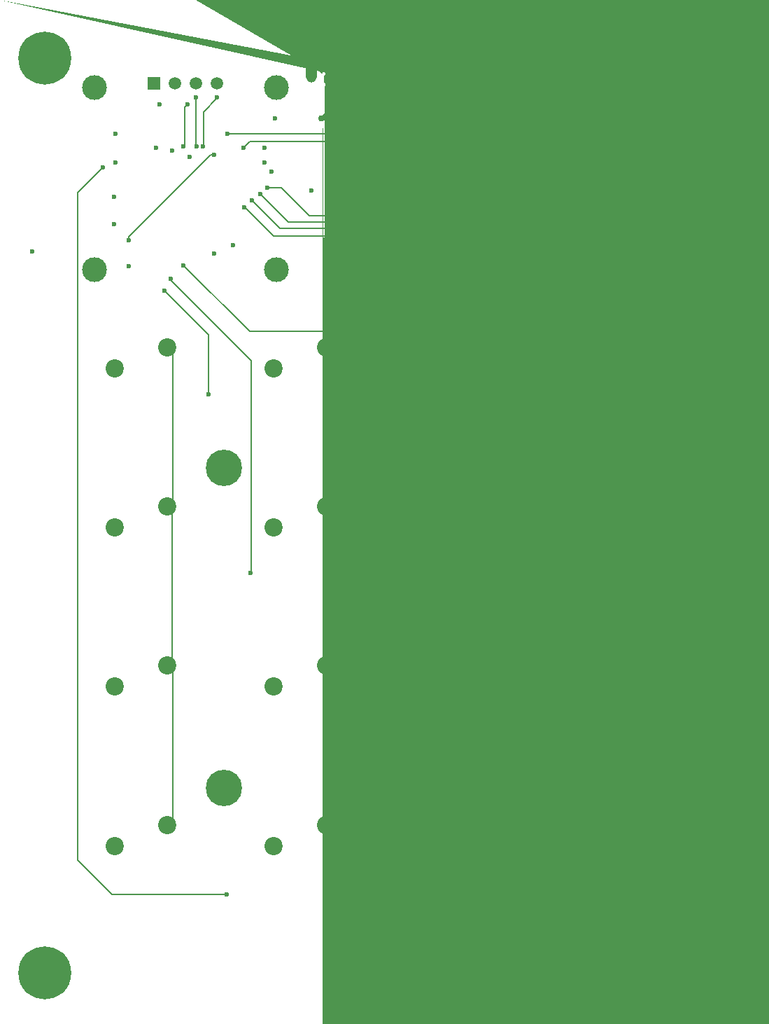
<source format=gbr>
%TF.GenerationSoftware,KiCad,Pcbnew,9.0.0*%
%TF.CreationDate,2025-06-12T15:56:32-06:00*%
%TF.ProjectId,final_macropad,66696e61-6c5f-46d6-9163-726f7061642e,rev?*%
%TF.SameCoordinates,Original*%
%TF.FileFunction,Copper,L1,Top*%
%TF.FilePolarity,Positive*%
%FSLAX46Y46*%
G04 Gerber Fmt 4.6, Leading zero omitted, Abs format (unit mm)*
G04 Created by KiCad (PCBNEW 9.0.0) date 2025-06-12 15:56:32*
%MOMM*%
%LPD*%
G01*
G04 APERTURE LIST*
G04 Aperture macros list*
%AMFreePoly0*
4,1,121,0.057437,0.323981,0.058316,0.323824,0.113316,0.308824,0.114166,0.308506,0.166166,0.283506,0.166873,0.283092,0.213873,0.250092,0.214579,0.249492,0.254579,0.208492,0.255133,0.207814,0.287133,0.160814,0.287573,0.160023,0.310573,0.108023,0.310851,0.107213,0.324851,0.051213,0.324988,0.050350,0.328988,-0.006650,0.328973,-0.007523,0.322973,-0.064523,0.322801,-0.065397,
0.306801,-0.120397,0.306455,-0.121271,0.280455,-0.172271,0.280021,-0.172972,0.246021,-0.218972,0.245402,-0.219664,0.203402,-0.258664,0.202695,-0.259211,0.155000,-0.289735,0.155000,-1.060082,0.202707,-1.090796,0.203402,-1.091336,0.245402,-1.130336,0.246021,-1.131028,0.280021,-1.177028,0.280455,-1.177729,0.306455,-1.228729,0.306801,-1.229603,0.322801,-1.284603,0.322973,-1.285477,
0.328973,-1.342477,0.328988,-1.343350,0.324988,-1.400350,0.324851,-1.401213,0.310851,-1.457213,0.310573,-1.458023,0.287573,-1.510023,0.287133,-1.510814,0.255133,-1.557814,0.254579,-1.558492,0.214579,-1.599492,0.213873,-1.600092,0.166873,-1.633092,0.166166,-1.633506,0.114166,-1.658506,0.113316,-1.658824,0.058316,-1.673824,0.057437,-1.673981,0.000437,-1.678981,-0.000437,-1.678981,
-0.057437,-1.673981,-0.058316,-1.673824,-0.113316,-1.658824,-0.114166,-1.658506,-0.166166,-1.633506,-0.166873,-1.633092,-0.213873,-1.600092,-0.214579,-1.599492,-0.254579,-1.558492,-0.255133,-1.557814,-0.287133,-1.510814,-0.287573,-1.510023,-0.310573,-1.458023,-0.310851,-1.457213,-0.324851,-1.401213,-0.324988,-1.400350,-0.328988,-1.343350,-0.328973,-1.342477,-0.322973,-1.285477,-0.322801,-1.284603,
-0.306801,-1.229603,-0.306455,-1.228729,-0.280455,-1.177729,-0.280021,-1.177028,-0.246021,-1.131028,-0.245402,-1.130336,-0.203402,-1.091336,-0.202695,-1.090789,-0.155000,-1.060264,-0.155000,-0.289735,-0.202695,-0.259211,-0.203402,-0.258664,-0.245402,-0.219664,-0.246021,-0.218972,-0.280021,-0.172972,-0.280455,-0.172271,-0.306455,-0.121271,-0.306801,-0.120397,-0.322801,-0.065397,-0.322973,-0.064523,
-0.328973,-0.007523,-0.328988,-0.006650,-0.324988,0.050350,-0.324851,0.051213,-0.310851,0.107213,-0.310573,0.108023,-0.287573,0.160023,-0.287133,0.160814,-0.255133,0.207814,-0.254579,0.208492,-0.214579,0.249492,-0.213873,0.250092,-0.166873,0.283092,-0.166166,0.283506,-0.114166,0.308506,-0.113316,0.308824,-0.058316,0.323824,-0.057437,0.323981,-0.000437,0.328981,0.000437,0.328981,
0.057437,0.323981,0.057437,0.323981,$1*%
%AMFreePoly1*
4,1,121,0.057437,0.323981,0.058316,0.323824,0.113316,0.308824,0.114166,0.308506,0.166166,0.283506,0.166873,0.283092,0.213873,0.250092,0.214579,0.249492,0.254579,0.208492,0.255133,0.207814,0.287133,0.160814,0.287573,0.160023,0.310573,0.108023,0.310851,0.107213,0.324851,0.051213,0.324988,0.050350,0.328988,-0.006650,0.328973,-0.007523,0.322973,-0.064523,0.322801,-0.065397,
0.306801,-0.120397,0.306455,-0.121271,0.280455,-0.172271,0.280021,-0.172972,0.246021,-0.218972,0.245402,-0.219664,0.203402,-0.258664,0.202695,-0.259211,0.155000,-0.289735,0.155000,-1.060264,0.202695,-1.090789,0.203402,-1.091336,0.245402,-1.130336,0.246021,-1.131028,0.280021,-1.177028,0.280455,-1.177729,0.306455,-1.228729,0.306801,-1.229603,0.322801,-1.284603,0.322973,-1.285477,
0.328973,-1.342477,0.328988,-1.343350,0.324988,-1.400350,0.324851,-1.401213,0.310851,-1.457213,0.310573,-1.458023,0.287573,-1.510023,0.287133,-1.510814,0.255133,-1.557814,0.254579,-1.558492,0.214579,-1.599492,0.213873,-1.600092,0.166873,-1.633092,0.166166,-1.633506,0.114166,-1.658506,0.113316,-1.658824,0.058316,-1.673824,0.057437,-1.673981,0.000437,-1.678981,-0.000437,-1.678981,
-0.057437,-1.673981,-0.058316,-1.673824,-0.113316,-1.658824,-0.114166,-1.658506,-0.166166,-1.633506,-0.166873,-1.633092,-0.213873,-1.600092,-0.214579,-1.599492,-0.254579,-1.558492,-0.255133,-1.557814,-0.287133,-1.510814,-0.287573,-1.510023,-0.310573,-1.458023,-0.310851,-1.457213,-0.324851,-1.401213,-0.324988,-1.400350,-0.328988,-1.343350,-0.328973,-1.342477,-0.322973,-1.285477,-0.322801,-1.284603,
-0.306801,-1.229603,-0.306455,-1.228729,-0.280455,-1.177729,-0.280021,-1.177028,-0.246021,-1.131028,-0.245402,-1.130336,-0.203402,-1.091336,-0.202695,-1.090789,-0.155000,-1.060264,-0.155000,-0.289735,-0.202695,-0.259211,-0.203402,-0.258664,-0.245402,-0.219664,-0.246021,-0.218972,-0.280021,-0.172972,-0.280455,-0.172271,-0.306455,-0.121271,-0.306801,-0.120397,-0.322801,-0.065397,-0.322973,-0.064523,
-0.328973,-0.007523,-0.328988,-0.006650,-0.324988,0.050350,-0.324851,0.051213,-0.310851,0.107213,-0.310573,0.108023,-0.287573,0.160023,-0.287133,0.160814,-0.255133,0.207814,-0.254579,0.208492,-0.214579,0.249492,-0.213873,0.250092,-0.166873,0.283092,-0.166166,0.283506,-0.114166,0.308506,-0.113316,0.308824,-0.058316,0.323824,-0.057437,0.323981,-0.000437,0.328981,0.000437,0.328981,
0.057437,0.323981,0.057437,0.323981,$1*%
G04 Aperture macros list end*
%TA.AperFunction,ComponentPad*%
%ADD10C,0.800000*%
%TD*%
%TA.AperFunction,ComponentPad*%
%ADD11C,6.400000*%
%TD*%
%TA.AperFunction,ComponentPad*%
%ADD12C,2.000000*%
%TD*%
%TA.AperFunction,ComponentPad*%
%ADD13R,3.000000X5.000000*%
%TD*%
%TA.AperFunction,ComponentPad*%
%ADD14C,2.200000*%
%TD*%
%TA.AperFunction,ComponentPad*%
%ADD15C,4.400000*%
%TD*%
%TA.AperFunction,ComponentPad*%
%ADD16R,1.508000X1.508000*%
%TD*%
%TA.AperFunction,ComponentPad*%
%ADD17C,1.508000*%
%TD*%
%TA.AperFunction,ComponentPad*%
%ADD18C,3.000000*%
%TD*%
%TA.AperFunction,ComponentPad*%
%ADD19FreePoly0,180.000000*%
%TD*%
%TA.AperFunction,ComponentPad*%
%ADD20C,0.648000*%
%TD*%
%TA.AperFunction,ComponentPad*%
%ADD21FreePoly1,180.000000*%
%TD*%
%TA.AperFunction,ComponentPad*%
%ADD22O,1.300000X2.500000*%
%TD*%
%TA.AperFunction,ComponentPad*%
%ADD23O,1.300000X3.200000*%
%TD*%
%TA.AperFunction,ViaPad*%
%ADD24C,0.600000*%
%TD*%
%TA.AperFunction,ViaPad*%
%ADD25C,0.762000*%
%TD*%
%TA.AperFunction,Conductor*%
%ADD26C,0.200000*%
%TD*%
%TA.AperFunction,Conductor*%
%ADD27C,0.381000*%
%TD*%
%TA.AperFunction,Conductor*%
%ADD28C,0.254000*%
%TD*%
G04 APERTURE END LIST*
D10*
%TO.P,H3,1,1*%
%TO.N,GND*%
X30600000Y-140052944D03*
X31302944Y-138355888D03*
X31302944Y-141750000D03*
X33000000Y-137652944D03*
D11*
X33000000Y-140052944D03*
D10*
X33000000Y-142452944D03*
X34697056Y-138355888D03*
X34697056Y-141750000D03*
X35400000Y-140052944D03*
%TD*%
D12*
%TO.P,S17,1,1*%
%TO.N,Net-(R7-Pad2)*%
X100250000Y-37750000D03*
%TO.P,S17,2,2*%
%TO.N,GND*%
X105250000Y-37750000D03*
%TO.P,S17,A,CHANNEL_A*%
%TO.N,Net-(S17-CHANNEL_A)*%
X97750000Y-55250000D03*
%TO.P,S17,B,CHANNEL_B*%
%TO.N,Net-(S17-CHANNEL_B)*%
X102750000Y-55250000D03*
%TO.P,S17,C,COMMON*%
%TO.N,GND*%
X107750000Y-55250000D03*
D13*
%TO.P,S17,S1,SHIELD*%
X95400000Y-44750000D03*
%TO.P,S17,S2,SHIELD*%
X110100000Y-44750000D03*
%TD*%
D10*
%TO.P,H4,1,1*%
%TO.N,GND*%
X112850000Y-140052944D03*
X113552944Y-138355888D03*
X113552944Y-141750000D03*
X115250000Y-137652944D03*
D11*
X115250000Y-140052944D03*
D10*
X115250000Y-142452944D03*
X116947056Y-138355888D03*
X116947056Y-141750000D03*
X117650000Y-140052944D03*
%TD*%
D14*
%TO.P,S3,1,1*%
%TO.N,COL 2*%
X86290000Y-64380000D03*
%TO.P,S3,2,2*%
%TO.N,Net-(D3-A)*%
X79940000Y-66920000D03*
%TD*%
%TO.P,S14,1,1*%
%TO.N,COL 1*%
X67040000Y-122170000D03*
%TO.P,S14,2,2*%
%TO.N,Net-(D14-A)*%
X60690000Y-124710000D03*
%TD*%
%TO.P,S6,1,1*%
%TO.N,COL 1*%
X67040000Y-83630000D03*
%TO.P,S6,2,2*%
%TO.N,Net-(D6-A)*%
X60690000Y-86170000D03*
%TD*%
D15*
%TO.P,H8,1,1*%
%TO.N,GND*%
X93570000Y-117710000D03*
%TD*%
%TO.P,H5,1,1*%
%TO.N,GND*%
X54670000Y-78960000D03*
%TD*%
D14*
%TO.P,S7,1,1*%
%TO.N,COL 2*%
X86290000Y-83630000D03*
%TO.P,S7,2,2*%
%TO.N,Net-(D7-A)*%
X79940000Y-86170000D03*
%TD*%
%TO.P,S4,1,1*%
%TO.N,COL 3*%
X105540000Y-64380000D03*
%TO.P,S4,2,2*%
%TO.N,Net-(D4-A)*%
X99190000Y-66920000D03*
%TD*%
%TO.P,S8,1,1*%
%TO.N,COL 3*%
X105540000Y-83630000D03*
%TO.P,S8,2,2*%
%TO.N,Net-(D8-A)*%
X99190000Y-86170000D03*
%TD*%
D10*
%TO.P,H1,1,1*%
%TO.N,GND*%
X30600000Y-29447056D03*
X31302944Y-27750000D03*
X31302944Y-31144112D03*
X33000000Y-27047056D03*
D11*
X33000000Y-29447056D03*
D10*
X33000000Y-31847056D03*
X34697056Y-27750000D03*
X34697056Y-31144112D03*
X35400000Y-29447056D03*
%TD*%
D15*
%TO.P,H6,1,1*%
%TO.N,GND*%
X54670000Y-117710000D03*
%TD*%
D14*
%TO.P,S5,1,1*%
%TO.N,COL 0*%
X47790000Y-83630000D03*
%TO.P,S5,2,2*%
%TO.N,Net-(D5-A)*%
X41440000Y-86170000D03*
%TD*%
%TO.P,S1,1,1*%
%TO.N,COL 0*%
X47790000Y-64380000D03*
%TO.P,S1,2,2*%
%TO.N,Net-(D1-A)*%
X41440000Y-66920000D03*
%TD*%
%TO.P,S10,1,1*%
%TO.N,COL 1*%
X67040000Y-102880000D03*
%TO.P,S10,2,2*%
%TO.N,Net-(D10-A)*%
X60690000Y-105420000D03*
%TD*%
D15*
%TO.P,H7,1,1*%
%TO.N,GND*%
X93570000Y-78960000D03*
%TD*%
D10*
%TO.P,H2,1,1*%
%TO.N,GND*%
X112850000Y-29447056D03*
X113552944Y-27750000D03*
X113552944Y-31144112D03*
X115250000Y-27047056D03*
D11*
X115250000Y-29447056D03*
D10*
X115250000Y-31847056D03*
X116947056Y-27750000D03*
X116947056Y-31144112D03*
X117650000Y-29447056D03*
%TD*%
D14*
%TO.P,S12,1,1*%
%TO.N,COL 3*%
X105540000Y-102880000D03*
%TO.P,S12,2,2*%
%TO.N,Net-(D12-A)*%
X99190000Y-105420000D03*
%TD*%
D16*
%TO.P,U3,1,GND*%
%TO.N,GND*%
X46190000Y-32500000D03*
D17*
%TO.P,U3,2,VCC_IN*%
%TO.N,5V*%
X48730000Y-32500000D03*
%TO.P,U3,3,SCL*%
%TO.N,SCL*%
X51270000Y-32500000D03*
%TO.P,U3,4,SDA*%
%TO.N,SDA*%
X53810000Y-32500000D03*
D18*
%TO.P,U3,S1*%
%TO.N,GND*%
X39000000Y-33000000D03*
%TO.P,U3,S2*%
X61000000Y-33000000D03*
%TO.P,U3,S3*%
X61000000Y-55000000D03*
%TO.P,U3,S4*%
X39000000Y-55000000D03*
%TD*%
D14*
%TO.P,S2,1,1*%
%TO.N,COL 1*%
X67040000Y-64380000D03*
%TO.P,S2,2,2*%
%TO.N,Net-(D2-A)*%
X60690000Y-66920000D03*
%TD*%
%TO.P,S9,1,1*%
%TO.N,COL 0*%
X47790000Y-102880000D03*
%TO.P,S9,2,2*%
%TO.N,Net-(D9-A)*%
X41440000Y-105420000D03*
%TD*%
D19*
%TO.P,J2,A1,GND1*%
%TO.N,GND*%
X72571000Y-31272000D03*
%TO.P,J2,A4,VBUS1*%
%TO.N,VBUS+*%
X71721000Y-31272000D03*
D20*
%TO.P,J2,A5,CC1*%
%TO.N,Net-(J2-CC1)*%
X70871000Y-31272000D03*
%TO.P,J2,A6,DA+*%
%TO.N,USB_D+*%
X70021000Y-31272000D03*
%TO.P,J2,A7,DA-*%
%TO.N,USB_D-*%
X69171000Y-31272000D03*
%TO.P,J2,A8,SBU1*%
%TO.N,unconnected-(J2-SBU1-PadA8)*%
X68321000Y-31272000D03*
D21*
%TO.P,J2,A9,VBUS2*%
%TO.N,VBUS+*%
X67471000Y-31272000D03*
D19*
%TO.P,J2,A12,GND2*%
%TO.N,GND*%
X66621000Y-31272000D03*
D20*
%TO.P,J2,B1,GND3*%
X66621000Y-29922000D03*
%TO.P,J2,B4,VBUS3*%
%TO.N,VBUS+*%
X67471000Y-29922000D03*
%TO.P,J2,B5,CC2*%
%TO.N,Net-(J2-CC2)*%
X68321000Y-29922000D03*
%TO.P,J2,B6,DB+*%
%TO.N,USB_D+*%
X69171000Y-29922000D03*
%TO.P,J2,B7,DB-*%
%TO.N,USB_D-*%
X70021000Y-29922000D03*
%TO.P,J2,B8,SBU2*%
%TO.N,unconnected-(J2-SBU2-PadB8)*%
X70871000Y-29922000D03*
%TO.P,J2,B9,VBUS4*%
%TO.N,VBUS+*%
X71721000Y-29922000D03*
%TO.P,J2,B12,GND4*%
%TO.N,GND*%
X72571000Y-29922000D03*
D22*
%TO.P,J2,SH1,SHIELD1*%
X73916000Y-26622000D03*
%TO.P,J2,SH2,SHIELD2*%
X65276000Y-26622000D03*
D23*
%TO.P,J2,SH3,SHIELD3*%
X73916000Y-30772000D03*
%TO.P,J2,SH4,SHIELD4*%
X65276000Y-30772000D03*
%TD*%
D14*
%TO.P,S15,1,1*%
%TO.N,COL 2*%
X86290000Y-122170000D03*
%TO.P,S15,2,2*%
%TO.N,Net-(D15-A)*%
X79940000Y-124710000D03*
%TD*%
D12*
%TO.P,S18,1,1*%
%TO.N,Net-(R10-Pad2)*%
X77000000Y-37750000D03*
%TO.P,S18,2,2*%
%TO.N,GND*%
X82000000Y-37750000D03*
%TO.P,S18,A,CHANNEL_A*%
%TO.N,Net-(S18-CHANNEL_A)*%
X74500000Y-55250000D03*
%TO.P,S18,B,CHANNEL_B*%
%TO.N,Net-(S18-CHANNEL_B)*%
X79500000Y-55250000D03*
%TO.P,S18,C,COMMON*%
%TO.N,GND*%
X84500000Y-55250000D03*
D13*
%TO.P,S18,S1,SHIELD*%
X72150000Y-44750000D03*
%TO.P,S18,S2,SHIELD*%
X86850000Y-44750000D03*
%TD*%
D14*
%TO.P,S16,1,1*%
%TO.N,COL 3*%
X105540000Y-122170000D03*
%TO.P,S16,2,2*%
%TO.N,Net-(D16-A)*%
X99190000Y-124710000D03*
%TD*%
%TO.P,S13,1,1*%
%TO.N,COL 0*%
X47790000Y-122170000D03*
%TO.P,S13,2,2*%
%TO.N,Net-(D13-A)*%
X41440000Y-124710000D03*
%TD*%
%TO.P,S11,1,1*%
%TO.N,COL 2*%
X86290000Y-102880000D03*
%TO.P,S11,2,2*%
%TO.N,Net-(D11-A)*%
X79940000Y-105420000D03*
%TD*%
D24*
%TO.N,Net-(U1-UCAP)*%
X50232500Y-35052000D03*
X49784000Y-40132000D03*
%TO.N,GND*%
X60452000Y-43180000D03*
X41402000Y-46228000D03*
X55753000Y-52070000D03*
X60889000Y-36703000D03*
X75692000Y-49410000D03*
X60833000Y-26797000D03*
X41529000Y-42037000D03*
X59563000Y-42063500D03*
X98044000Y-48641000D03*
X43180000Y-54610000D03*
X46852500Y-35052000D03*
X31496000Y-52832000D03*
X81153000Y-49276000D03*
X78232000Y-34163000D03*
X65278000Y-45466000D03*
X104500000Y-49750000D03*
X48387000Y-40640000D03*
%TO.N,Net-(U1-~{RESET})*%
X53467000Y-41148000D03*
X43180000Y-51435000D03*
%TO.N,ROW 0*%
X47498000Y-57531000D03*
X52832000Y-70104000D03*
%TO.N,ROW 1*%
X57883000Y-91694000D03*
X48260000Y-56134000D03*
%TO.N,ROW 2*%
X49784000Y-54483000D03*
X76000000Y-111250000D03*
%TO.N,5V*%
X46500000Y-40250000D03*
X53467000Y-53086000D03*
X41402000Y-49530000D03*
X59563000Y-40285500D03*
X50546000Y-41402000D03*
X41529000Y-38608000D03*
%TO.N,SCL*%
X51308000Y-34163000D03*
X51350000Y-40132000D03*
%TO.N,SDA*%
X52150000Y-40132000D03*
X53848000Y-34163000D03*
%TO.N,SW0*%
X57023000Y-40259000D03*
X97155000Y-39370000D03*
%TO.N,ROTA0*%
X59944000Y-45085000D03*
X93345000Y-49022000D03*
%TO.N,ROTB0*%
X58102500Y-46672500D03*
X99000000Y-50000000D03*
%TO.N,ROTA1*%
X59055000Y-45847000D03*
X71247000Y-49410000D03*
%TO.N,ROTB1*%
X57150000Y-47450000D03*
X76200000Y-50927000D03*
%TO.N,SW1*%
X70358000Y-38550000D03*
X55118000Y-38608000D03*
D25*
%TO.N,VBUS+*%
X66477000Y-36703000D03*
D24*
%TO.N,ROW 3*%
X40027000Y-42650000D03*
X54991000Y-130556000D03*
%TD*%
D26*
%TO.N,Net-(U1-UCAP)*%
X50232500Y-35052000D02*
X49911000Y-35373500D01*
X49911000Y-35373500D02*
X49911000Y-40005000D01*
X49911000Y-40005000D02*
X49784000Y-40132000D01*
%TO.N,Net-(U1-~{RESET})*%
X43180000Y-51435000D02*
X43180000Y-51054000D01*
X43180000Y-51054000D02*
X53086000Y-41148000D01*
X53086000Y-41148000D02*
X53467000Y-41148000D01*
%TO.N,ROW 0*%
X52832000Y-62865000D02*
X52832000Y-70104000D01*
X47498000Y-57531000D02*
X52832000Y-62865000D01*
%TO.N,ROW 1*%
X57883000Y-91694000D02*
X58000000Y-91577000D01*
X58000000Y-91577000D02*
X58000000Y-66001000D01*
X48260000Y-56261000D02*
X48260000Y-56134000D01*
X58000000Y-66001000D02*
X48260000Y-56261000D01*
%TO.N,ROW 2*%
X49784000Y-54483000D02*
X57785000Y-62484000D01*
X57785000Y-62484000D02*
X72644000Y-62484000D01*
X72644000Y-62484000D02*
X76000000Y-65840000D01*
X76000000Y-65840000D02*
X76000000Y-111250000D01*
%TO.N,SCL*%
X51308000Y-40090000D02*
X51350000Y-40132000D01*
X51308000Y-34163000D02*
X51308000Y-40090000D01*
%TO.N,SDA*%
X52197000Y-35941000D02*
X53848000Y-34290000D01*
X52150000Y-40132000D02*
X52197000Y-40085000D01*
X52197000Y-40085000D02*
X52197000Y-35941000D01*
X53848000Y-34290000D02*
X53848000Y-34163000D01*
%TO.N,COL 0*%
X48514000Y-65104000D02*
X48514000Y-82906000D01*
X48387000Y-84227000D02*
X48387000Y-102283000D01*
X48387000Y-102283000D02*
X47790000Y-102880000D01*
X47790000Y-83630000D02*
X48514000Y-84354000D01*
X48514000Y-82906000D02*
X47790000Y-83630000D01*
X47790000Y-102880000D02*
X48514000Y-103604000D01*
X47790000Y-64380000D02*
X48514000Y-65104000D01*
X47790000Y-83630000D02*
X48387000Y-84227000D01*
X48514000Y-103604000D02*
X48514000Y-121446000D01*
X48514000Y-121446000D02*
X47790000Y-122170000D01*
%TO.N,COL 1*%
X67945000Y-65285000D02*
X67945000Y-82725000D01*
X67945000Y-82725000D02*
X67040000Y-83630000D01*
X67040000Y-64380000D02*
X67945000Y-65285000D01*
X67564000Y-103404000D02*
X67564000Y-121646000D01*
X67691000Y-102229000D02*
X67040000Y-102880000D01*
X67691000Y-84281000D02*
X67691000Y-102229000D01*
X67564000Y-121646000D02*
X67040000Y-122170000D01*
X67040000Y-83630000D02*
X67691000Y-84281000D01*
X67040000Y-102880000D02*
X67564000Y-103404000D01*
%TO.N,COL 2*%
X86868000Y-103458000D02*
X86868000Y-121592000D01*
X86741000Y-83179000D02*
X86290000Y-83630000D01*
X86868000Y-121592000D02*
X86290000Y-122170000D01*
X86290000Y-64380000D02*
X86741000Y-64831000D01*
X86290000Y-83630000D02*
X86741000Y-84081000D01*
X86741000Y-64831000D02*
X86741000Y-83179000D01*
X86741000Y-84081000D02*
X86741000Y-102429000D01*
X86741000Y-102429000D02*
X86290000Y-102880000D01*
X86290000Y-102880000D02*
X86868000Y-103458000D01*
%TO.N,COL 3*%
X106172000Y-103512000D02*
X106172000Y-121538000D01*
X105540000Y-64380000D02*
X106172000Y-65012000D01*
X105918000Y-84008000D02*
X105918000Y-102502000D01*
X106172000Y-121538000D02*
X105540000Y-122170000D01*
X106172000Y-65012000D02*
X106172000Y-82998000D01*
X105540000Y-83630000D02*
X105918000Y-84008000D01*
X106172000Y-82998000D02*
X105540000Y-83630000D01*
X105918000Y-102502000D02*
X105540000Y-102880000D01*
X105540000Y-102880000D02*
X106172000Y-103512000D01*
%TO.N,SW0*%
X97028000Y-39497000D02*
X57785000Y-39497000D01*
X57785000Y-39497000D02*
X57023000Y-40259000D01*
X97155000Y-39370000D02*
X97028000Y-39497000D01*
%TO.N,ROTA0*%
X92837000Y-48514000D02*
X65024000Y-48514000D01*
X93345000Y-49022000D02*
X92837000Y-48514000D01*
X61595000Y-45085000D02*
X59944000Y-45085000D01*
X65024000Y-48514000D02*
X61595000Y-45085000D01*
%TO.N,ROTB0*%
X58102500Y-46672500D02*
X61430000Y-50000000D01*
X61430000Y-50000000D02*
X99000000Y-50000000D01*
%TO.N,ROTA1*%
X71247000Y-49410000D02*
X71113000Y-49276000D01*
X62484000Y-49276000D02*
X59055000Y-45847000D01*
X71113000Y-49276000D02*
X62484000Y-49276000D01*
%TO.N,ROTB1*%
X57150000Y-47450000D02*
X57229000Y-47450000D01*
X60706000Y-50927000D02*
X76200000Y-50927000D01*
X57229000Y-47450000D02*
X60706000Y-50927000D01*
%TO.N,SW1*%
X55177000Y-38549000D02*
X70357000Y-38549000D01*
X70357000Y-38549000D02*
X70358000Y-38550000D01*
X55118000Y-38608000D02*
X55177000Y-38549000D01*
D27*
%TO.N,VBUS+*%
X67471000Y-31272000D02*
X67471000Y-35709000D01*
X69088000Y-36703000D02*
X66477000Y-36703000D01*
X71721000Y-34070000D02*
X69088000Y-36703000D01*
X67471000Y-35709000D02*
X66477000Y-36703000D01*
X71721000Y-31272000D02*
X71721000Y-34070000D01*
D26*
%TO.N,USB_D-*%
X70021000Y-29963795D02*
X70021000Y-29922000D01*
D28*
X70021000Y-30182000D02*
X70021000Y-29963795D01*
X69171000Y-31272000D02*
X69171000Y-31032000D01*
X69171000Y-31032000D02*
X70021000Y-30182000D01*
D26*
%TO.N,ROW 3*%
X37000000Y-126414903D02*
X37000000Y-45677000D01*
X37000000Y-45677000D02*
X40027000Y-42650000D01*
X54991000Y-130556000D02*
X41141097Y-130556000D01*
X41141097Y-130556000D02*
X37000000Y-126414903D01*
%TD*%
M02*

</source>
